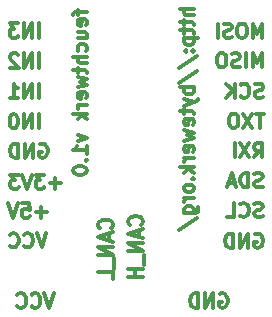
<source format=gbo>
G04 #@! TF.FileFunction,Legend,Bot*
%FSLAX46Y46*%
G04 Gerber Fmt 4.6, Leading zero omitted, Abs format (unit mm)*
G04 Created by KiCad (PCBNEW 4.0.2+dfsg1-stable) date So 05 Jun 2016 12:59:14 CEST*
%MOMM*%
G01*
G04 APERTURE LIST*
%ADD10C,0.100000*%
%ADD11C,0.300000*%
G04 APERTURE END LIST*
D10*
D11*
X124996429Y-133785714D02*
X124825000Y-133842857D01*
X124539286Y-133842857D01*
X124425000Y-133785714D01*
X124367857Y-133728571D01*
X124310714Y-133614286D01*
X124310714Y-133500000D01*
X124367857Y-133385714D01*
X124425000Y-133328571D01*
X124539286Y-133271429D01*
X124767857Y-133214286D01*
X124882143Y-133157143D01*
X124939286Y-133100000D01*
X124996429Y-132985714D01*
X124996429Y-132871429D01*
X124939286Y-132757143D01*
X124882143Y-132700000D01*
X124767857Y-132642857D01*
X124482143Y-132642857D01*
X124310714Y-132700000D01*
X123110714Y-133728571D02*
X123167857Y-133785714D01*
X123339286Y-133842857D01*
X123453572Y-133842857D01*
X123625000Y-133785714D01*
X123739286Y-133671429D01*
X123796429Y-133557143D01*
X123853572Y-133328571D01*
X123853572Y-133157143D01*
X123796429Y-132928571D01*
X123739286Y-132814286D01*
X123625000Y-132700000D01*
X123453572Y-132642857D01*
X123339286Y-132642857D01*
X123167857Y-132700000D01*
X123110714Y-132757143D01*
X122025000Y-133842857D02*
X122596429Y-133842857D01*
X122596429Y-132642857D01*
X119167857Y-116242858D02*
X117967857Y-116242858D01*
X119167857Y-116757144D02*
X118539286Y-116757144D01*
X118425000Y-116700001D01*
X118367857Y-116585715D01*
X118367857Y-116414287D01*
X118425000Y-116300001D01*
X118482143Y-116242858D01*
X118367857Y-117157144D02*
X118367857Y-117614287D01*
X117967857Y-117328572D02*
X118996429Y-117328572D01*
X119110714Y-117385715D01*
X119167857Y-117500001D01*
X119167857Y-117614287D01*
X118367857Y-117842858D02*
X118367857Y-118300001D01*
X117967857Y-118014286D02*
X118996429Y-118014286D01*
X119110714Y-118071429D01*
X119167857Y-118185715D01*
X119167857Y-118300001D01*
X118367857Y-118700000D02*
X119567857Y-118700000D01*
X118425000Y-118700000D02*
X118367857Y-118814286D01*
X118367857Y-119042857D01*
X118425000Y-119157143D01*
X118482143Y-119214286D01*
X118596429Y-119271429D01*
X118939286Y-119271429D01*
X119053571Y-119214286D01*
X119110714Y-119157143D01*
X119167857Y-119042857D01*
X119167857Y-118814286D01*
X119110714Y-118700000D01*
X119053571Y-119785714D02*
X119110714Y-119842857D01*
X119167857Y-119785714D01*
X119110714Y-119728571D01*
X119053571Y-119785714D01*
X119167857Y-119785714D01*
X118425000Y-119785714D02*
X118482143Y-119842857D01*
X118539286Y-119785714D01*
X118482143Y-119728571D01*
X118425000Y-119785714D01*
X118539286Y-119785714D01*
X117910714Y-121214286D02*
X119453571Y-120185715D01*
X117910714Y-122471429D02*
X119453571Y-121442858D01*
X119167857Y-122871429D02*
X117967857Y-122871429D01*
X118425000Y-122871429D02*
X118367857Y-122985715D01*
X118367857Y-123214286D01*
X118425000Y-123328572D01*
X118482143Y-123385715D01*
X118596429Y-123442858D01*
X118939286Y-123442858D01*
X119053571Y-123385715D01*
X119110714Y-123328572D01*
X119167857Y-123214286D01*
X119167857Y-122985715D01*
X119110714Y-122871429D01*
X118367857Y-123842858D02*
X119167857Y-124128572D01*
X118367857Y-124414286D02*
X119167857Y-124128572D01*
X119453571Y-124014286D01*
X119510714Y-123957143D01*
X119567857Y-123842858D01*
X118367857Y-124700001D02*
X118367857Y-125157144D01*
X117967857Y-124871429D02*
X118996429Y-124871429D01*
X119110714Y-124928572D01*
X119167857Y-125042858D01*
X119167857Y-125157144D01*
X119110714Y-126014286D02*
X119167857Y-125900000D01*
X119167857Y-125671429D01*
X119110714Y-125557143D01*
X118996429Y-125500000D01*
X118539286Y-125500000D01*
X118425000Y-125557143D01*
X118367857Y-125671429D01*
X118367857Y-125900000D01*
X118425000Y-126014286D01*
X118539286Y-126071429D01*
X118653571Y-126071429D01*
X118767857Y-125500000D01*
X118367857Y-126471429D02*
X119167857Y-126700000D01*
X118596429Y-126928571D01*
X119167857Y-127157143D01*
X118367857Y-127385714D01*
X119110714Y-128300000D02*
X119167857Y-128185714D01*
X119167857Y-127957143D01*
X119110714Y-127842857D01*
X118996429Y-127785714D01*
X118539286Y-127785714D01*
X118425000Y-127842857D01*
X118367857Y-127957143D01*
X118367857Y-128185714D01*
X118425000Y-128300000D01*
X118539286Y-128357143D01*
X118653571Y-128357143D01*
X118767857Y-127785714D01*
X119167857Y-128871428D02*
X118367857Y-128871428D01*
X118596429Y-128871428D02*
X118482143Y-128928571D01*
X118425000Y-128985714D01*
X118367857Y-129100000D01*
X118367857Y-129214285D01*
X119167857Y-129614285D02*
X117967857Y-129614285D01*
X118710714Y-129728571D02*
X119167857Y-130071428D01*
X118367857Y-130071428D02*
X118825000Y-129614285D01*
X119053571Y-130585714D02*
X119110714Y-130642857D01*
X119167857Y-130585714D01*
X119110714Y-130528571D01*
X119053571Y-130585714D01*
X119167857Y-130585714D01*
X119167857Y-131328572D02*
X119110714Y-131214286D01*
X119053571Y-131157143D01*
X118939286Y-131100000D01*
X118596429Y-131100000D01*
X118482143Y-131157143D01*
X118425000Y-131214286D01*
X118367857Y-131328572D01*
X118367857Y-131500000D01*
X118425000Y-131614286D01*
X118482143Y-131671429D01*
X118596429Y-131728572D01*
X118939286Y-131728572D01*
X119053571Y-131671429D01*
X119110714Y-131614286D01*
X119167857Y-131500000D01*
X119167857Y-131328572D01*
X119167857Y-132242857D02*
X118367857Y-132242857D01*
X118596429Y-132242857D02*
X118482143Y-132300000D01*
X118425000Y-132357143D01*
X118367857Y-132471429D01*
X118367857Y-132585714D01*
X118367857Y-133500000D02*
X119339286Y-133500000D01*
X119453571Y-133442857D01*
X119510714Y-133385714D01*
X119567857Y-133271429D01*
X119567857Y-133100000D01*
X119510714Y-132985714D01*
X119110714Y-133500000D02*
X119167857Y-133385714D01*
X119167857Y-133157143D01*
X119110714Y-133042857D01*
X119053571Y-132985714D01*
X118939286Y-132928571D01*
X118596429Y-132928571D01*
X118482143Y-132985714D01*
X118425000Y-133042857D01*
X118367857Y-133157143D01*
X118367857Y-133385714D01*
X118425000Y-133500000D01*
X117910714Y-134928571D02*
X119453571Y-133900000D01*
X109342857Y-116296430D02*
X109342857Y-116753573D01*
X110142857Y-116467858D02*
X109114286Y-116467858D01*
X109000000Y-116525001D01*
X108942857Y-116639287D01*
X108942857Y-116753573D01*
X110085714Y-117610715D02*
X110142857Y-117496429D01*
X110142857Y-117267858D01*
X110085714Y-117153572D01*
X109971429Y-117096429D01*
X109514286Y-117096429D01*
X109400000Y-117153572D01*
X109342857Y-117267858D01*
X109342857Y-117496429D01*
X109400000Y-117610715D01*
X109514286Y-117667858D01*
X109628571Y-117667858D01*
X109742857Y-117096429D01*
X109342857Y-118696429D02*
X110142857Y-118696429D01*
X109342857Y-118182143D02*
X109971429Y-118182143D01*
X110085714Y-118239286D01*
X110142857Y-118353572D01*
X110142857Y-118525000D01*
X110085714Y-118639286D01*
X110028571Y-118696429D01*
X110085714Y-119782143D02*
X110142857Y-119667857D01*
X110142857Y-119439286D01*
X110085714Y-119325000D01*
X110028571Y-119267857D01*
X109914286Y-119210714D01*
X109571429Y-119210714D01*
X109457143Y-119267857D01*
X109400000Y-119325000D01*
X109342857Y-119439286D01*
X109342857Y-119667857D01*
X109400000Y-119782143D01*
X110142857Y-120296428D02*
X108942857Y-120296428D01*
X110142857Y-120810714D02*
X109514286Y-120810714D01*
X109400000Y-120753571D01*
X109342857Y-120639285D01*
X109342857Y-120467857D01*
X109400000Y-120353571D01*
X109457143Y-120296428D01*
X109342857Y-121210714D02*
X109342857Y-121667857D01*
X108942857Y-121382142D02*
X109971429Y-121382142D01*
X110085714Y-121439285D01*
X110142857Y-121553571D01*
X110142857Y-121667857D01*
X109342857Y-121953571D02*
X110142857Y-122182142D01*
X109571429Y-122410713D01*
X110142857Y-122639285D01*
X109342857Y-122867856D01*
X110085714Y-123782142D02*
X110142857Y-123667856D01*
X110142857Y-123439285D01*
X110085714Y-123324999D01*
X109971429Y-123267856D01*
X109514286Y-123267856D01*
X109400000Y-123324999D01*
X109342857Y-123439285D01*
X109342857Y-123667856D01*
X109400000Y-123782142D01*
X109514286Y-123839285D01*
X109628571Y-123839285D01*
X109742857Y-123267856D01*
X110142857Y-124353570D02*
X109342857Y-124353570D01*
X109571429Y-124353570D02*
X109457143Y-124410713D01*
X109400000Y-124467856D01*
X109342857Y-124582142D01*
X109342857Y-124696427D01*
X110142857Y-125096427D02*
X108942857Y-125096427D01*
X109685714Y-125210713D02*
X110142857Y-125553570D01*
X109342857Y-125553570D02*
X109800000Y-125096427D01*
X109342857Y-126867857D02*
X110142857Y-127153571D01*
X109342857Y-127439285D01*
X110142857Y-128525000D02*
X110142857Y-127839285D01*
X110142857Y-128182143D02*
X108942857Y-128182143D01*
X109114286Y-128067857D01*
X109228571Y-127953571D01*
X109285714Y-127839285D01*
X110028571Y-129039285D02*
X110085714Y-129096428D01*
X110142857Y-129039285D01*
X110085714Y-128982142D01*
X110028571Y-129039285D01*
X110142857Y-129039285D01*
X108942857Y-129839286D02*
X108942857Y-129953571D01*
X109000000Y-130067857D01*
X109057143Y-130125000D01*
X109171429Y-130182143D01*
X109400000Y-130239286D01*
X109685714Y-130239286D01*
X109914286Y-130182143D01*
X110028571Y-130125000D01*
X110085714Y-130067857D01*
X110142857Y-129953571D01*
X110142857Y-129839286D01*
X110085714Y-129725000D01*
X110028571Y-129667857D01*
X109914286Y-129610714D01*
X109685714Y-129553571D01*
X109400000Y-129553571D01*
X109171429Y-129610714D01*
X109057143Y-129667857D01*
X109000000Y-129725000D01*
X108942857Y-129839286D01*
X112188571Y-134792000D02*
X112245714Y-134734857D01*
X112302857Y-134563428D01*
X112302857Y-134449142D01*
X112245714Y-134277714D01*
X112131429Y-134163428D01*
X112017143Y-134106285D01*
X111788571Y-134049142D01*
X111617143Y-134049142D01*
X111388571Y-134106285D01*
X111274286Y-134163428D01*
X111160000Y-134277714D01*
X111102857Y-134449142D01*
X111102857Y-134563428D01*
X111160000Y-134734857D01*
X111217143Y-134792000D01*
X111960000Y-135249142D02*
X111960000Y-135820571D01*
X112302857Y-135134857D02*
X111102857Y-135534857D01*
X112302857Y-135934857D01*
X112302857Y-136334856D02*
X111102857Y-136334856D01*
X112302857Y-137020571D01*
X111102857Y-137020571D01*
X112417143Y-137306285D02*
X112417143Y-138220571D01*
X112302857Y-139077714D02*
X112302857Y-138506285D01*
X111102857Y-138506285D01*
X114728571Y-134506286D02*
X114785714Y-134449143D01*
X114842857Y-134277714D01*
X114842857Y-134163428D01*
X114785714Y-133992000D01*
X114671429Y-133877714D01*
X114557143Y-133820571D01*
X114328571Y-133763428D01*
X114157143Y-133763428D01*
X113928571Y-133820571D01*
X113814286Y-133877714D01*
X113700000Y-133992000D01*
X113642857Y-134163428D01*
X113642857Y-134277714D01*
X113700000Y-134449143D01*
X113757143Y-134506286D01*
X114500000Y-134963428D02*
X114500000Y-135534857D01*
X114842857Y-134849143D02*
X113642857Y-135249143D01*
X114842857Y-135649143D01*
X114842857Y-136049142D02*
X113642857Y-136049142D01*
X114842857Y-136734857D01*
X113642857Y-136734857D01*
X114957143Y-137020571D02*
X114957143Y-137934857D01*
X114842857Y-138220571D02*
X113642857Y-138220571D01*
X114214286Y-138220571D02*
X114214286Y-138906286D01*
X114842857Y-138906286D02*
X113642857Y-138906286D01*
X121360857Y-140370000D02*
X121475143Y-140312857D01*
X121646572Y-140312857D01*
X121818000Y-140370000D01*
X121932286Y-140484286D01*
X121989429Y-140598571D01*
X122046572Y-140827143D01*
X122046572Y-140998571D01*
X121989429Y-141227143D01*
X121932286Y-141341429D01*
X121818000Y-141455714D01*
X121646572Y-141512857D01*
X121532286Y-141512857D01*
X121360857Y-141455714D01*
X121303714Y-141398571D01*
X121303714Y-140998571D01*
X121532286Y-140998571D01*
X120789429Y-141512857D02*
X120789429Y-140312857D01*
X120103714Y-141512857D01*
X120103714Y-140312857D01*
X119532286Y-141512857D02*
X119532286Y-140312857D01*
X119246571Y-140312857D01*
X119075143Y-140370000D01*
X118960857Y-140484286D01*
X118903714Y-140598571D01*
X118846571Y-140827143D01*
X118846571Y-140998571D01*
X118903714Y-141227143D01*
X118960857Y-141341429D01*
X119075143Y-141455714D01*
X119246571Y-141512857D01*
X119532286Y-141512857D01*
X107327714Y-140312857D02*
X106927714Y-141512857D01*
X106527714Y-140312857D01*
X105442000Y-141398571D02*
X105499143Y-141455714D01*
X105670572Y-141512857D01*
X105784858Y-141512857D01*
X105956286Y-141455714D01*
X106070572Y-141341429D01*
X106127715Y-141227143D01*
X106184858Y-140998571D01*
X106184858Y-140827143D01*
X106127715Y-140598571D01*
X106070572Y-140484286D01*
X105956286Y-140370000D01*
X105784858Y-140312857D01*
X105670572Y-140312857D01*
X105499143Y-140370000D01*
X105442000Y-140427143D01*
X104242000Y-141398571D02*
X104299143Y-141455714D01*
X104470572Y-141512857D01*
X104584858Y-141512857D01*
X104756286Y-141455714D01*
X104870572Y-141341429D01*
X104927715Y-141227143D01*
X104984858Y-140998571D01*
X104984858Y-140827143D01*
X104927715Y-140598571D01*
X104870572Y-140484286D01*
X104756286Y-140370000D01*
X104584858Y-140312857D01*
X104470572Y-140312857D01*
X104299143Y-140370000D01*
X104242000Y-140427143D01*
X124964286Y-118667857D02*
X124964286Y-117467857D01*
X124564286Y-118325000D01*
X124164286Y-117467857D01*
X124164286Y-118667857D01*
X123364285Y-117467857D02*
X123135714Y-117467857D01*
X123021428Y-117525000D01*
X122907142Y-117639286D01*
X122850000Y-117867857D01*
X122850000Y-118267857D01*
X122907142Y-118496429D01*
X123021428Y-118610714D01*
X123135714Y-118667857D01*
X123364285Y-118667857D01*
X123478571Y-118610714D01*
X123592857Y-118496429D01*
X123650000Y-118267857D01*
X123650000Y-117867857D01*
X123592857Y-117639286D01*
X123478571Y-117525000D01*
X123364285Y-117467857D01*
X122392857Y-118610714D02*
X122221428Y-118667857D01*
X121935714Y-118667857D01*
X121821428Y-118610714D01*
X121764285Y-118553571D01*
X121707142Y-118439286D01*
X121707142Y-118325000D01*
X121764285Y-118210714D01*
X121821428Y-118153571D01*
X121935714Y-118096429D01*
X122164285Y-118039286D01*
X122278571Y-117982143D01*
X122335714Y-117925000D01*
X122392857Y-117810714D01*
X122392857Y-117696429D01*
X122335714Y-117582143D01*
X122278571Y-117525000D01*
X122164285Y-117467857D01*
X121878571Y-117467857D01*
X121707142Y-117525000D01*
X121192857Y-118667857D02*
X121192857Y-117467857D01*
X124964286Y-121167857D02*
X124964286Y-119967857D01*
X124564286Y-120825000D01*
X124164286Y-119967857D01*
X124164286Y-121167857D01*
X123592857Y-121167857D02*
X123592857Y-119967857D01*
X123078571Y-121110714D02*
X122907142Y-121167857D01*
X122621428Y-121167857D01*
X122507142Y-121110714D01*
X122449999Y-121053571D01*
X122392856Y-120939286D01*
X122392856Y-120825000D01*
X122449999Y-120710714D01*
X122507142Y-120653571D01*
X122621428Y-120596429D01*
X122849999Y-120539286D01*
X122964285Y-120482143D01*
X123021428Y-120425000D01*
X123078571Y-120310714D01*
X123078571Y-120196429D01*
X123021428Y-120082143D01*
X122964285Y-120025000D01*
X122849999Y-119967857D01*
X122564285Y-119967857D01*
X122392856Y-120025000D01*
X121649999Y-119967857D02*
X121421428Y-119967857D01*
X121307142Y-120025000D01*
X121192856Y-120139286D01*
X121135714Y-120367857D01*
X121135714Y-120767857D01*
X121192856Y-120996429D01*
X121307142Y-121110714D01*
X121421428Y-121167857D01*
X121649999Y-121167857D01*
X121764285Y-121110714D01*
X121878571Y-120996429D01*
X121935714Y-120767857D01*
X121935714Y-120367857D01*
X121878571Y-120139286D01*
X121764285Y-120025000D01*
X121649999Y-119967857D01*
X125021429Y-123685714D02*
X124850000Y-123742857D01*
X124564286Y-123742857D01*
X124450000Y-123685714D01*
X124392857Y-123628571D01*
X124335714Y-123514286D01*
X124335714Y-123400000D01*
X124392857Y-123285714D01*
X124450000Y-123228571D01*
X124564286Y-123171429D01*
X124792857Y-123114286D01*
X124907143Y-123057143D01*
X124964286Y-123000000D01*
X125021429Y-122885714D01*
X125021429Y-122771429D01*
X124964286Y-122657143D01*
X124907143Y-122600000D01*
X124792857Y-122542857D01*
X124507143Y-122542857D01*
X124335714Y-122600000D01*
X123135714Y-123628571D02*
X123192857Y-123685714D01*
X123364286Y-123742857D01*
X123478572Y-123742857D01*
X123650000Y-123685714D01*
X123764286Y-123571429D01*
X123821429Y-123457143D01*
X123878572Y-123228571D01*
X123878572Y-123057143D01*
X123821429Y-122828571D01*
X123764286Y-122714286D01*
X123650000Y-122600000D01*
X123478572Y-122542857D01*
X123364286Y-122542857D01*
X123192857Y-122600000D01*
X123135714Y-122657143D01*
X122621429Y-123742857D02*
X122621429Y-122542857D01*
X121935714Y-123742857D02*
X122450000Y-123057143D01*
X121935714Y-122542857D02*
X122621429Y-123228571D01*
X124278571Y-128792857D02*
X124678571Y-128221429D01*
X124964286Y-128792857D02*
X124964286Y-127592857D01*
X124507143Y-127592857D01*
X124392857Y-127650000D01*
X124335714Y-127707143D01*
X124278571Y-127821429D01*
X124278571Y-127992857D01*
X124335714Y-128107143D01*
X124392857Y-128164286D01*
X124507143Y-128221429D01*
X124964286Y-128221429D01*
X123878571Y-127592857D02*
X123078571Y-128792857D01*
X123078571Y-127592857D02*
X123878571Y-128792857D01*
X122621429Y-128792857D02*
X122621429Y-127592857D01*
X125110714Y-125092857D02*
X124425000Y-125092857D01*
X124767857Y-126292857D02*
X124767857Y-125092857D01*
X124139285Y-125092857D02*
X123339285Y-126292857D01*
X123339285Y-125092857D02*
X124139285Y-126292857D01*
X122653571Y-125092857D02*
X122425000Y-125092857D01*
X122310714Y-125150000D01*
X122196428Y-125264286D01*
X122139286Y-125492857D01*
X122139286Y-125892857D01*
X122196428Y-126121429D01*
X122310714Y-126235714D01*
X122425000Y-126292857D01*
X122653571Y-126292857D01*
X122767857Y-126235714D01*
X122882143Y-126121429D01*
X122939286Y-125892857D01*
X122939286Y-125492857D01*
X122882143Y-125264286D01*
X122767857Y-125150000D01*
X122653571Y-125092857D01*
X124996429Y-131260714D02*
X124825000Y-131317857D01*
X124539286Y-131317857D01*
X124425000Y-131260714D01*
X124367857Y-131203571D01*
X124310714Y-131089286D01*
X124310714Y-130975000D01*
X124367857Y-130860714D01*
X124425000Y-130803571D01*
X124539286Y-130746429D01*
X124767857Y-130689286D01*
X124882143Y-130632143D01*
X124939286Y-130575000D01*
X124996429Y-130460714D01*
X124996429Y-130346429D01*
X124939286Y-130232143D01*
X124882143Y-130175000D01*
X124767857Y-130117857D01*
X124482143Y-130117857D01*
X124310714Y-130175000D01*
X123796429Y-131317857D02*
X123796429Y-130117857D01*
X123510714Y-130117857D01*
X123339286Y-130175000D01*
X123225000Y-130289286D01*
X123167857Y-130403571D01*
X123110714Y-130632143D01*
X123110714Y-130803571D01*
X123167857Y-131032143D01*
X123225000Y-131146429D01*
X123339286Y-131260714D01*
X123510714Y-131317857D01*
X123796429Y-131317857D01*
X122653572Y-130975000D02*
X122082143Y-130975000D01*
X122767857Y-131317857D02*
X122367857Y-130117857D01*
X121967857Y-131317857D01*
X124335714Y-135300000D02*
X124450000Y-135242857D01*
X124621429Y-135242857D01*
X124792857Y-135300000D01*
X124907143Y-135414286D01*
X124964286Y-135528571D01*
X125021429Y-135757143D01*
X125021429Y-135928571D01*
X124964286Y-136157143D01*
X124907143Y-136271429D01*
X124792857Y-136385714D01*
X124621429Y-136442857D01*
X124507143Y-136442857D01*
X124335714Y-136385714D01*
X124278571Y-136328571D01*
X124278571Y-135928571D01*
X124507143Y-135928571D01*
X123764286Y-136442857D02*
X123764286Y-135242857D01*
X123078571Y-136442857D01*
X123078571Y-135242857D01*
X122507143Y-136442857D02*
X122507143Y-135242857D01*
X122221428Y-135242857D01*
X122050000Y-135300000D01*
X121935714Y-135414286D01*
X121878571Y-135528571D01*
X121821428Y-135757143D01*
X121821428Y-135928571D01*
X121878571Y-136157143D01*
X121935714Y-136271429D01*
X122050000Y-136385714D01*
X122221428Y-136442857D01*
X122507143Y-136442857D01*
X106035715Y-118642857D02*
X106035715Y-117442857D01*
X105464286Y-118642857D02*
X105464286Y-117442857D01*
X104778571Y-118642857D01*
X104778571Y-117442857D01*
X104321428Y-117442857D02*
X103578571Y-117442857D01*
X103978571Y-117900000D01*
X103807143Y-117900000D01*
X103692857Y-117957143D01*
X103635714Y-118014286D01*
X103578571Y-118128571D01*
X103578571Y-118414286D01*
X103635714Y-118528571D01*
X103692857Y-118585714D01*
X103807143Y-118642857D01*
X104150000Y-118642857D01*
X104264286Y-118585714D01*
X104321428Y-118528571D01*
X106060715Y-121192857D02*
X106060715Y-119992857D01*
X105489286Y-121192857D02*
X105489286Y-119992857D01*
X104803571Y-121192857D01*
X104803571Y-119992857D01*
X104289286Y-120107143D02*
X104232143Y-120050000D01*
X104117857Y-119992857D01*
X103832143Y-119992857D01*
X103717857Y-120050000D01*
X103660714Y-120107143D01*
X103603571Y-120221429D01*
X103603571Y-120335714D01*
X103660714Y-120507143D01*
X104346428Y-121192857D01*
X103603571Y-121192857D01*
X106060715Y-123792857D02*
X106060715Y-122592857D01*
X105489286Y-123792857D02*
X105489286Y-122592857D01*
X104803571Y-123792857D01*
X104803571Y-122592857D01*
X103603571Y-123792857D02*
X104289286Y-123792857D01*
X103946428Y-123792857D02*
X103946428Y-122592857D01*
X104060714Y-122764286D01*
X104175000Y-122878571D01*
X104289286Y-122935714D01*
X106035715Y-126317857D02*
X106035715Y-125117857D01*
X105464286Y-126317857D02*
X105464286Y-125117857D01*
X104778571Y-126317857D01*
X104778571Y-125117857D01*
X103978571Y-125117857D02*
X103864286Y-125117857D01*
X103750000Y-125175000D01*
X103692857Y-125232143D01*
X103635714Y-125346429D01*
X103578571Y-125575000D01*
X103578571Y-125860714D01*
X103635714Y-126089286D01*
X103692857Y-126203571D01*
X103750000Y-126260714D01*
X103864286Y-126317857D01*
X103978571Y-126317857D01*
X104092857Y-126260714D01*
X104150000Y-126203571D01*
X104207143Y-126089286D01*
X104264286Y-125860714D01*
X104264286Y-125575000D01*
X104207143Y-125346429D01*
X104150000Y-125232143D01*
X104092857Y-125175000D01*
X103978571Y-125117857D01*
X106117857Y-127675000D02*
X106232143Y-127617857D01*
X106403572Y-127617857D01*
X106575000Y-127675000D01*
X106689286Y-127789286D01*
X106746429Y-127903571D01*
X106803572Y-128132143D01*
X106803572Y-128303571D01*
X106746429Y-128532143D01*
X106689286Y-128646429D01*
X106575000Y-128760714D01*
X106403572Y-128817857D01*
X106289286Y-128817857D01*
X106117857Y-128760714D01*
X106060714Y-128703571D01*
X106060714Y-128303571D01*
X106289286Y-128303571D01*
X105546429Y-128817857D02*
X105546429Y-127617857D01*
X104860714Y-128817857D01*
X104860714Y-127617857D01*
X104289286Y-128817857D02*
X104289286Y-127617857D01*
X104003571Y-127617857D01*
X103832143Y-127675000D01*
X103717857Y-127789286D01*
X103660714Y-127903571D01*
X103603571Y-128132143D01*
X103603571Y-128303571D01*
X103660714Y-128532143D01*
X103717857Y-128646429D01*
X103832143Y-128760714D01*
X104003571Y-128817857D01*
X104289286Y-128817857D01*
X107889285Y-130985714D02*
X106974999Y-130985714D01*
X107432142Y-131442857D02*
X107432142Y-130528571D01*
X106517856Y-130242857D02*
X105774999Y-130242857D01*
X106174999Y-130700000D01*
X106003571Y-130700000D01*
X105889285Y-130757143D01*
X105832142Y-130814286D01*
X105774999Y-130928571D01*
X105774999Y-131214286D01*
X105832142Y-131328571D01*
X105889285Y-131385714D01*
X106003571Y-131442857D01*
X106346428Y-131442857D01*
X106460714Y-131385714D01*
X106517856Y-131328571D01*
X105432142Y-130242857D02*
X105032142Y-131442857D01*
X104632142Y-130242857D01*
X104346428Y-130242857D02*
X103603571Y-130242857D01*
X104003571Y-130700000D01*
X103832143Y-130700000D01*
X103717857Y-130757143D01*
X103660714Y-130814286D01*
X103603571Y-130928571D01*
X103603571Y-131214286D01*
X103660714Y-131328571D01*
X103717857Y-131385714D01*
X103832143Y-131442857D01*
X104175000Y-131442857D01*
X104289286Y-131385714D01*
X104346428Y-131328571D01*
X106721428Y-133435714D02*
X105807142Y-133435714D01*
X106264285Y-133892857D02*
X106264285Y-132978571D01*
X104664285Y-132692857D02*
X105235714Y-132692857D01*
X105292857Y-133264286D01*
X105235714Y-133207143D01*
X105121428Y-133150000D01*
X104835714Y-133150000D01*
X104721428Y-133207143D01*
X104664285Y-133264286D01*
X104607142Y-133378571D01*
X104607142Y-133664286D01*
X104664285Y-133778571D01*
X104721428Y-133835714D01*
X104835714Y-133892857D01*
X105121428Y-133892857D01*
X105235714Y-133835714D01*
X105292857Y-133778571D01*
X104264285Y-132692857D02*
X103864285Y-133892857D01*
X103464285Y-132692857D01*
X106689285Y-135217857D02*
X106289285Y-136417857D01*
X105889285Y-135217857D01*
X104803571Y-136303571D02*
X104860714Y-136360714D01*
X105032143Y-136417857D01*
X105146429Y-136417857D01*
X105317857Y-136360714D01*
X105432143Y-136246429D01*
X105489286Y-136132143D01*
X105546429Y-135903571D01*
X105546429Y-135732143D01*
X105489286Y-135503571D01*
X105432143Y-135389286D01*
X105317857Y-135275000D01*
X105146429Y-135217857D01*
X105032143Y-135217857D01*
X104860714Y-135275000D01*
X104803571Y-135332143D01*
X103603571Y-136303571D02*
X103660714Y-136360714D01*
X103832143Y-136417857D01*
X103946429Y-136417857D01*
X104117857Y-136360714D01*
X104232143Y-136246429D01*
X104289286Y-136132143D01*
X104346429Y-135903571D01*
X104346429Y-135732143D01*
X104289286Y-135503571D01*
X104232143Y-135389286D01*
X104117857Y-135275000D01*
X103946429Y-135217857D01*
X103832143Y-135217857D01*
X103660714Y-135275000D01*
X103603571Y-135332143D01*
M02*

</source>
